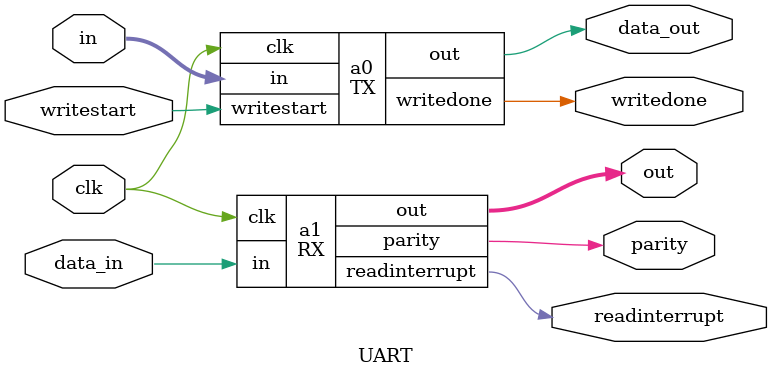
<source format=v>


module counter( output [3:0] count,input clk,input clear); //  1:11
parameter lastnum = 4'd 11 ;
reg     [3:0] count;

always @ (posedge clk)
begin
    if (clear)
        count <= 0;   
    else if(count == lastnum)
        count <= lastnum;
    else 
    	count <= count + 1;
end 

endmodule

module RX_control_unit( clear, readinterrupt,clk, count, in);
output clear, readinterrupt;
input clk,in;
input   [3:0] count ;
reg     clear ,readinterrupt,temp;

always @ (posedge clk)
begin
	readinterrupt <= (in &&(count==9));
	if (in)
		temp = (count == 9)?0:1;
	
    if (temp) 
		clear = 0;
	else 
		clear = 1;
end 

endmodule


module recieved_data(out, clk, in,clear,parity);
output [7:0] out ;
output  parity;
input   clk, in,clear; //clear = parity check start
reg     [9:0] out1 ;
reg   parity;
reg [7:0] out ;

always @ (posedge clk)
begin
	out1 = {in,out1[9:1]};
	out = out1[7:0] ;

    if (~clear)
    	parity = in ^ parity;
    else 
       	parity = 0 ;    
end 

endmodule


module RX(out,parity,readinterrupt, clk, in);

output [7:0] out ;
output  parity ,readinterrupt;
input   clk, in;
wire    [7:0] out;
wire  parity ,readinterrupt ,clear;
wire [3:0] count ;

counter a1 (.count (count) , .clk (clk) , .clear (clear));
RX_control_unit a2( .readinterrupt (readinterrupt),  .clk (clk) , .clear (clear) , .in (in) ,.count (count));
recieved_data a3 (.out (out) , .clk (clk) , .clear (clear) , .in (in) , .parity (parity) );

endmodule




module TX_control_unit( clear, writedone, clk, count ,writestart ,start,paritybit,finish,clearbit);
output clear, writedone ,start,paritybit,finish,clearbit;
input   clk ,writestart;
input   [3:0] count ;
reg     clear ,writedone ,start,paritybit,finish,temp,clearbit;

always @ (posedge clk)
begin
    
    start <= writestart;
    finish <= (count==8);
    paritybit <=  (count==7);
    writedone <= (count==9);
    clearbit <= (count==1);
    
    if ( writestart ) 
        begin
        	temp <= 1;
            clear <= 0;
        end
    if (temp) begin

    	clear <= 0;
    	if( count == 9) 
            temp <= 0;	
    end

    else 
    	clear <= 1;
end 
endmodule


module data_to_be_sent(out, clk, in,start,paritybit,finish,clearbit);
output out ;
input   clk ,start,paritybit,finish,clearbit;
input   [7:0] in;
reg     out ,parity;
reg [7:0] temp ;

always @ (posedge clk)
begin
    if (start || finish) begin
        out <= 1;
        parity <=0;
        temp <= (finish)?0:in;
    end
    else if (paritybit) begin
        out <= ~parity;
    end
   
    else begin       
            out <= temp[0];
            parity <= parity ^ out;
            temp <= temp >> 1; 
    end
end 
endmodule


module TX(out, clk, in, writedone ,writestart);

output  out ,writedone ;
input   clk, writestart;
input 	[7:0] in ;
wire    out, paritybit ,writedone ,writestart,clear,start,finish,clearbit;
wire [3:0] count ;

counter #(.lastnum (12)) a100 ( .count (count) , .clk (clk) , .clear (clear));
TX_control_unit a200 ( .writedone (writedone) ,  .clk (clk) , .clear (clear)  ,.count (count) , .writestart (writestart)
 , .start (start), .paritybit (paritybit) , .finish (finish),.clearbit (clearbit) );
data_to_be_sent a300 (.out (out) , .clk (clk)  , .in (in) , .paritybit (paritybit) , .start (start) , .finish (finish)
 , .clearbit (clearbit));

endmodule


module UART( clk, writestart ,in , writedone ,data_out ,data_in  ,out ,readinterrupt  ,parity);
output  writedone  ,readinterrupt  ,parity  ,data_out;
output  [7:0] out ;
input   clk, writestart ,data_in;
input 	[7:0] in ;
wire    data , writedone  ,readinterrupt  ,parity;
wire 	[7:0] out ;

TX a0 (.out (data_out), .clk (clk), .in (in), .writedone (writedone) ,.writestart (writestart) ); 
RX a1 (.out (out), .parity (parity) ,.readinterrupt (readinterrupt) , .clk (clk), .in (data_in)); 

endmodule

</source>
